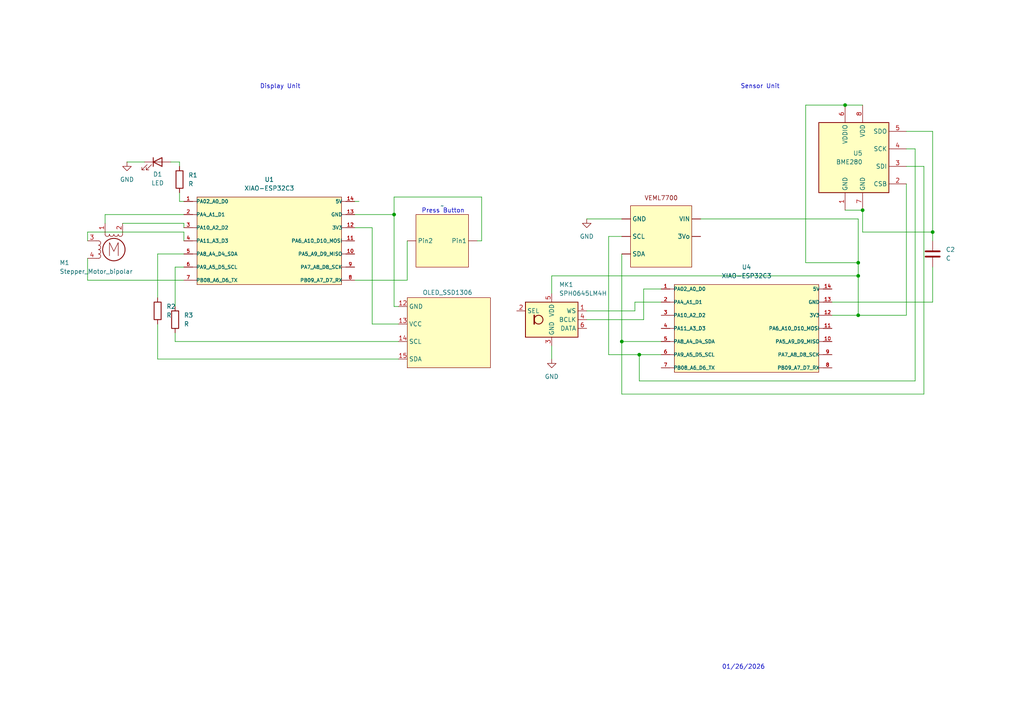
<source format=kicad_sch>
(kicad_sch (version 20250114) (generator "eeschema") (generator_version "9.0")
  (paper "A4")
  (lib_symbols
    (symbol "Device:C" (pin_numbers (hide yes)) (pin_names (offset 0.254))
      (property "Reference" "C" (at 0.635 2.54 0))
      (property "Value" "C" (at 0.635 -2.54 0))
      (symbol "C_0_1"
        (polyline (pts (xy -2.032 0.762) (xy 2.032 0.762)) (stroke (width 0.508)))
        (polyline (pts (xy -2.032 -0.762) (xy 2.032 -0.762)) (stroke (width 0.508)))
      )
      (symbol "C_1_1"
        (pin passive line (at 0 3.81 270) (length 2.794) (name "~") (number "1"))
        (pin passive line (at 0 -3.81 90) (length 2.794) (name "~") (number "2"))
      )
    )
    (symbol "Device:LED" (pin_numbers (hide yes)) (pin_names (offset 1.016) (hide yes))
      (property "Reference" "D" (at 0 2.54 0))
      (property "Value" "LED" (at 0 -2.54 0))
      (symbol "LED_0_1"
        (polyline (pts (xy -3.048 -0.762) (xy -4.572 -2.286) (xy -3.81 -2.286) (xy -4.572 -2.286) (xy -4.572 -1.524)))
        (polyline (pts (xy -1.778 -0.762) (xy -3.302 -2.286) (xy -2.54 -2.286) (xy -3.302 -2.286) (xy -3.302 -1.524)))
        (polyline (pts (xy -1.27 0) (xy 1.27 0)))
        (polyline (pts (xy -1.27 -1.27) (xy -1.27 1.27)) (stroke (width 0.254)))
        (polyline (pts (xy 1.27 -1.27) (xy 1.27 1.27) (xy -1.27 0) (xy 1.27 -1.27)) (stroke (width 0.254)))
      )
      (symbol "LED_1_1"
        (pin passive line (at -3.81 0 0) (length 2.54) (name "K") (number "1"))
        (pin passive line (at 3.81 0 180) (length 2.54) (name "A") (number "2"))
      )
    )
    (symbol "Device:R" (pin_numbers (hide yes)) (pin_names (offset 0))
      (property "Reference" "R" (at 2.032 0 90))
      (property "Value" "R" (at 0 0 90))
      (symbol "R_0_1"
        (rectangle (start -1.016 -2.54) (end 1.016 2.54) (stroke (width 0.254)))
      )
      (symbol "R_1_1"
        (pin passive line (at 0 3.81 270) (length 1.27) (name "~") (number "1"))
        (pin passive line (at 0 -3.81 90) (length 1.27) (name "~") (number "2"))
      )
    )
    (symbol "Motor:Stepper_Motor_bipolar" (pin_names (offset 0) (hide yes))
      (property "Reference" "M" (at 3.81 2.54 0))
      (property "Value" "Stepper_Motor_bipolar" (at 3.81 1.27 0))
      (symbol "Stepper_Motor_bipolar_0_0"
        (polyline (pts (xy -1.27 -1.778) (xy -1.27 2.032) (xy 0 -0.508) (xy 1.27 2.032) (xy 1.27 -1.778)))
      )
      (symbol "Stepper_Motor_bipolar_0_1"
        (polyline (pts (xy -5.08 2.54) (xy -4.445 2.54)))
        (polyline (pts (xy -5.08 -2.54) (xy -4.445 -2.54)))
        (arc (start -4.445 2.54) (mid -3.8127 1.905) (end -4.445 1.27))
        (arc (start -4.445 1.27) (mid -3.8127 0.635) (end -4.445 0))
        (arc (start -4.445 0) (mid -3.8127 -0.635) (end -4.445 -1.27))
        (arc (start -4.445 -1.27) (mid -3.8127 -1.905) (end -4.445 -2.54))
        (polyline (pts (xy -2.54 5.08) (xy -2.54 4.445)))
        (arc (start -1.27 4.445) (mid -1.905 3.8127) (end -2.54 4.445))
        (arc (start 0 4.445) (mid -0.635 3.8127) (end -1.27 4.445))
        (circle (center 0 0) (radius 3.2512) (stroke (width 0.254)))
        (arc (start 1.27 4.445) (mid 0.635 3.8127) (end 0 4.445))
        (arc (start 2.54 4.445) (mid 1.905 3.8127) (end 1.27 4.445))
        (polyline (pts (xy 2.54 5.08) (xy 2.54 4.445)))
      )
      (symbol "Stepper_Motor_bipolar_1_1"
        (pin passive line (at -7.62 2.54 0) (length 2.54) (name "~") (number "3"))
        (pin passive line (at -7.62 -2.54 0) (length 2.54) (name "~") (number "4"))
        (pin passive line (at -2.54 7.62 270) (length 2.54) (name "~") (number "1"))
        (pin passive line (at 2.54 7.62 270) (length 2.54) (name "-") (number "2"))
      )
    )
    (symbol "RF_Module:XIAO-ESP32C3" (pin_names (offset 1.016))
      (property "Reference" "U" (at -21.59 15.24 0))
      (property "Value" "XIAO-ESP32C3" (at -21.59 13.97 0))
      (symbol "XIAO-ESP32C3_0_0"
        (polyline (pts (xy -21.59 11.43) (xy -22.86 11.43)) (stroke (width 0.1524)))
        (polyline (pts (xy -21.59 7.62) (xy -22.86 7.62)) (stroke (width 0.1524)))
        (polyline (pts (xy -21.59 3.81) (xy -22.86 3.81)) (stroke (width 0.1524)))
        (polyline (pts (xy -21.59 0) (xy -22.86 0)) (stroke (width 0.1524)))
        (polyline (pts (xy -21.59 -3.81) (xy -22.86 -3.81)) (stroke (width 0.1524)))
        (polyline (pts (xy -21.59 -7.62) (xy -22.86 -7.62)) (stroke (width 0.1524)))
        (polyline (pts (xy -21.59 -11.43) (xy -22.86 -11.43)) (stroke (width 0.1524)))
        (polyline (pts (xy 21.59 11.43) (xy 20.32 11.43)) (stroke (width 0.1524)))
        (polyline (pts (xy 21.59 7.62) (xy 20.32 7.62)) (stroke (width 0.1524)))
        (polyline (pts (xy 21.59 3.81) (xy 20.32 3.81)) (stroke (width 0.1524)))
        (polyline (pts (xy 21.59 0) (xy 20.32 0)) (stroke (width 0.1524)))
        (polyline (pts (xy 21.59 -3.81) (xy 20.32 -3.81)) (stroke (width 0.1524)))
        (polyline (pts (xy 21.59 -7.62) (xy 20.32 -7.62)) (stroke (width 0.1524)))
        (polyline (pts (xy 21.59 -11.43) (xy 20.32 -11.43)) (stroke (width 0.1524)))
        (pin bidirectional line (at -25.4 11.43 0) (length 2.54) (name "PA02_A0_D0") (number "1"))
        (pin bidirectional line (at -25.4 7.62 0) (length 2.54) (name "PA4_A1_D1") (number "2"))
        (pin bidirectional line (at -25.4 3.81 0) (length 2.54) (name "PA10_A2_D2") (number "3"))
        (pin bidirectional line (at -25.4 0 0) (length 2.54) (name "PA11_A3_D3") (number "4"))
        (pin bidirectional line (at -25.4 -3.81 0) (length 2.54) (name "PA8_A4_D4_SDA") (number "5"))
        (pin bidirectional line (at -25.4 -7.62 0) (length 2.54) (name "PA9_A5_D5_SCL") (number "6"))
        (pin bidirectional line (at -25.4 -11.43 0) (length 2.54) (name "PB08_A6_D6_TX") (number "7"))
        (pin bidirectional line (at 24.13 11.43 180) (length 2.54) (name "5V") (number "14"))
        (pin bidirectional line (at 24.13 7.62 180) (length 2.54) (name "GND") (number "13"))
        (pin bidirectional line (at 24.13 3.81 180) (length 2.54) (name "3V3") (number "12"))
        (pin bidirectional line (at 24.13 0 180) (length 2.54) (name "PA6_A10_D10_MOSI") (number "11"))
        (pin bidirectional line (at 24.13 -3.81 180) (length 2.54) (name "PA5_A9_D9_MISO") (number "10"))
        (pin bidirectional line (at 24.13 -7.62 180) (length 2.54) (name "PA7_A8_D8_SCK") (number "9"))
        (pin bidirectional line (at 24.13 -11.43 180) (length 2.54) (name "PB09_A7_D7_RX") (number "8"))
      )
      (symbol "XIAO-ESP32C3_1_1"
        (rectangle (start -21.59 12.7) (end 20.32 -12.7) (fill (type color) (color 255 255 194 1)))
      )
    )
    (symbol "Sensor:BME280"
      (property "Reference" "U" (at -8.89 11.43 0))
      (property "Value" "BME280" (at 7.62 11.43 0))
      (symbol "BME280_0_1"
        (rectangle (start -10.16 10.16) (end 10.16 -10.16) (stroke (width 0.254)) (fill (type background)))
      )
      (symbol "BME280_1_1"
        (pin power_in line (at -2.54 15.24 270) (length 5.08) (name "VDDIO") (number "6"))
        (pin power_in line (at -2.54 -15.24 90) (length 5.08) (name "GND") (number "1"))
        (pin power_in line (at 2.54 15.24 270) (length 5.08) (name "VDD") (number "8"))
        (pin power_in line (at 2.54 -15.24 90) (length 5.08) (name "GND") (number "7"))
        (pin bidirectional line (at 15.24 7.62 180) (length 5.08) (name "SDO") (number "5"))
        (pin input line (at 15.24 2.54 180) (length 5.08) (name "SCK") (number "4"))
        (pin bidirectional line (at 15.24 -2.54 180) (length 5.08) (name "SDI") (number "3"))
        (pin input line (at 15.24 -7.62 180) (length 5.08) (name "CSB") (number "2"))
      )
    )
    (symbol "Sensor_Audio:SPH0645LM4H"
      (property "Reference" "MK" (at -7.62 6.35 0))
      (property "Value" "SPH0645LM4H" (at 1.27 6.35 0))
      (symbol "SPH0645LM4H_1_1"
        (rectangle (start -7.62 5.08) (end 7.62 -5.08) (stroke (width 0.254)) (fill (type background)))
        (polyline (pts (xy -5.08 1.27) (xy -5.08 -1.27)) (stroke (width 0.381)))
        (circle (center -3.81 0) (radius 1.27) (stroke (width 0.254)))
        (pin input line (at -10.16 2.54 0) (length 2.54) (name "SEL") (number "2"))
        (pin power_in line (at 0 7.62 270) (length 2.54) (name "VDD") (number "5"))
        (pin power_in line (at 0 -7.62 90) (length 2.54) (name "GND") (number "3"))
        (pin input line (at 10.16 2.54 180) (length 2.54) (name "WS") (number "1"))
        (pin input line (at 10.16 0 180) (length 2.54) (name "BCLK") (number "4"))
        (pin output line (at 10.16 -2.54 180) (length 2.54) (name "DATA") (number "6"))
      )
    )
    (symbol "VEML7700_1"
      (symbol "VEML7700_1_1_1"
        (rectangle (start -8.89 10.16) (end 8.89 -7.62) (fill (type color) (color 255 255 194 1)))
        (text "VEML7700" (at 0 12.446 0) (effects (font (size 1.27 1.27))))
        (pin output line (at -11.43 6.35 0) (length 2.54) (name "GND") (number ""))
        (pin bidirectional line (at -11.43 1.27 0) (length 2.54) (name "SCL") (number ""))
        (pin bidirectional line (at -11.43 -3.81 0) (length 2.54) (name "SDA") (number ""))
        (pin input line (at 11.43 6.35 180) (length 2.54) (name "VIN") (number ""))
        (pin input line (at 11.43 1.27 180) (length 2.54) (name "3Vo") (number ""))
      )
    )
    (symbol "my library:Push_Button"
      (symbol "Push_Button_0_1"
        (rectangle (start -8.89 7.62) (end 6.35 -7.62) (fill (type color) (color 255 255 194 1)))
      )
      (symbol "Push_Button_1_1"
        (pin input line (at -11.43 0 0) (length 2.54) (name "Pin2") (number ""))
        (pin input line (at 8.89 0 180) (length 2.54) (name "Pin1") (number ""))
      )
    )
    (symbol "my library:SSD1306_OLED"
      (property "Reference" "OLED_SSD1306" (at 4.064 9.144 0))
      (symbol "SSD1306_OLED_0_1"
        (rectangle (start -7.62 7.62) (end 16.51 -12.7) (fill (type color) (color 255 255 194 1)))
      )
      (symbol "SSD1306_OLED_1_1"
        (pin passive line (at -10.16 5.08 0) (length 2.54) (name "GND") (number "12"))
        (pin power_in line (at -10.16 0 0) (length 2.54) (name "VCC") (number "13"))
        (pin input line (at -10.16 -5.08 0) (length 2.54) (name "SCL") (number "14"))
        (pin bidirectional line (at -10.16 -10.16 0) (length 2.54) (name "SDA") (number "15"))
      )
    )
    (symbol "power:GND" (power) (pin_numbers (hide yes)) (pin_names (offset 0) (hide yes))
      (property "Value" "GND" (at 0 -3.81 0))
      (symbol "GND_0_1"
        (polyline (pts (xy 0 0) (xy 0 -1.27) (xy 1.27 -1.27) (xy 0 -2.54) (xy -1.27 -1.27) (xy 0 -1.27)))
      )
      (symbol "GND_1_1"
        (pin power_in line (at 0 0 270) (length 0) (name "~") (number "1"))
      )
    )
  )
  (text "Sensor Unit\n" (at 220.472 25.146 0) (effects (font (size 1.27 1.27))))
  (text "Display Unit" (at 81.28 25.146 0) (effects (font (size 1.27 1.27))))
  (text "01/26/2026" (at 215.646 193.548 0) (effects (font (size 1.27 1.27))))
  (text "Press Button" (at 128.524 61.214 0) (effects (font (size 1.27 1.27))))
  (junction (at 114.3 62.23))
  (junction (at 185.42 102.87))
  (junction (at 248.92 76.2))
  (junction (at 270.51 67.31))
  (junction (at 245.11 30.48))
  (junction (at 248.92 91.44))
  (junction (at 180.34 99.06))
  (junction (at 248.92 80.01))
  (junction (at 250.19 60.96))
  (wire (pts (xy 50.8 88.9) (xy 50.8 77.47)))
  (wire (pts (xy 25.4 74.93) (xy 25.4 81.28)))
  (wire (pts (xy 250.19 60.96) (xy 250.19 67.31)))
  (wire (pts (xy 233.68 30.48) (xy 245.11 30.48)))
  (wire (pts (xy 114.3 62.23) (xy 114.3 88.9)))
  (wire (pts (xy 102.87 81.28) (xy 118.11 81.28)))
  (wire (pts (xy 30.48 64.77) (xy 30.48 62.23)))
  (wire (pts (xy 107.95 93.98) (xy 107.95 66.04)))
  (wire (pts (xy 25.4 81.28) (xy 53.34 81.28)))
  (wire (pts (xy 180.34 99.06) (xy 180.34 114.3)))
  (wire (pts (xy 50.8 77.47) (xy 53.34 77.47)))
  (wire (pts (xy 262.89 48.26) (xy 267.97 48.26)))
  (wire (pts (xy 139.7 57.15) (xy 114.3 57.15)))
  (wire (pts (xy 45.72 73.66) (xy 45.72 86.36)))
  (wire (pts (xy 180.34 73.66) (xy 180.34 99.06)))
  (wire (pts (xy 262.89 53.34) (xy 262.89 91.44)))
  (wire (pts (xy 203.2 63.5) (xy 248.92 63.5)))
  (wire (pts (xy 245.11 60.96) (xy 250.19 60.96)))
  (wire (pts (xy 185.42 102.87) (xy 176.53 102.87)))
  (wire (pts (xy 180.34 63.5) (xy 170.18 63.5)))
  (wire (pts (xy 180.34 99.06) (xy 191.77 99.06)))
  (wire (pts (xy 25.4 67.31) (xy 53.34 67.31)))
  (wire (pts (xy 50.8 99.06) (xy 50.8 96.52)))
  (wire (pts (xy 160.02 80.01) (xy 248.92 80.01)))
  (wire (pts (xy 53.34 64.77) (xy 53.34 66.04)))
  (wire (pts (xy 185.42 110.49) (xy 185.42 102.87)))
  (wire (pts (xy 30.48 62.23) (xy 53.34 62.23)))
  (wire (pts (xy 267.97 48.26) (xy 267.97 114.3)))
  (wire (pts (xy 248.92 76.2) (xy 248.92 80.01)))
  (wire (pts (xy 186.69 92.71) (xy 186.69 83.82)))
  (wire (pts (xy 160.02 100.33) (xy 160.02 104.14)))
  (wire (pts (xy 241.3 87.63) (xy 270.51 87.63)))
  (wire (pts (xy 36.83 46.99) (xy 41.91 46.99)))
  (wire (pts (xy 115.57 99.06) (xy 50.8 99.06)))
  (wire (pts (xy 270.51 67.31) (xy 270.51 69.85)))
  (wire (pts (xy 114.3 62.23) (xy 102.87 62.23)))
  (wire (pts (xy 45.72 104.14) (xy 115.57 104.14)))
  (wire (pts (xy 107.95 66.04) (xy 102.87 66.04)))
  (wire (pts (xy 184.15 90.17) (xy 184.15 87.63)))
  (wire (pts (xy 118.11 81.28) (xy 118.11 69.85)))
  (wire (pts (xy 265.43 110.49) (xy 185.42 110.49)))
  (wire (pts (xy 250.19 67.31) (xy 270.51 67.31)))
  (wire (pts (xy 25.4 69.85) (xy 25.4 67.31)))
  (wire (pts (xy 52.07 55.88) (xy 52.07 58.42)))
  (wire (pts (xy 248.92 63.5) (xy 248.92 76.2)))
  (wire (pts (xy 233.68 30.48) (xy 233.68 76.2)))
  (wire (pts (xy 170.18 90.17) (xy 184.15 90.17)))
  (wire (pts (xy 114.3 57.15) (xy 114.3 62.23)))
  (wire (pts (xy 53.34 67.31) (xy 53.34 69.85)))
  (wire (pts (xy 270.51 77.47) (xy 270.51 87.63)))
  (wire (pts (xy 270.51 38.1) (xy 270.51 67.31)))
  (wire (pts (xy 262.89 43.18) (xy 265.43 43.18)))
  (wire (pts (xy 184.15 87.63) (xy 191.77 87.63)))
  (wire (pts (xy 233.68 76.2) (xy 248.92 76.2)))
  (wire (pts (xy 248.92 91.44) (xy 241.3 91.44)))
  (wire (pts (xy 139.7 69.85) (xy 139.7 57.15)))
  (wire (pts (xy 191.77 102.87) (xy 185.42 102.87)))
  (wire (pts (xy 267.97 114.3) (xy 180.34 114.3)))
  (wire (pts (xy 35.56 64.77) (xy 53.34 64.77)))
  (wire (pts (xy 248.92 80.01) (xy 248.92 91.44)))
  (wire (pts (xy 45.72 93.98) (xy 45.72 104.14)))
  (wire (pts (xy 170.18 92.71) (xy 186.69 92.71)))
  (wire (pts (xy 104.14 58.42) (xy 102.87 58.42)))
  (wire (pts (xy 53.34 73.66) (xy 45.72 73.66)))
  (wire (pts (xy 52.07 46.99) (xy 49.53 46.99)))
  (wire (pts (xy 176.53 102.87) (xy 176.53 68.58)))
  (wire (pts (xy 52.07 58.42) (xy 53.34 58.42)))
  (wire (pts (xy 262.89 91.44) (xy 248.92 91.44)))
  (wire (pts (xy 245.11 30.48) (xy 250.19 30.48)))
  (wire (pts (xy 176.53 68.58) (xy 180.34 68.58)))
  (wire (pts (xy 115.57 93.98) (xy 107.95 93.98)))
  (wire (pts (xy 160.02 85.09) (xy 160.02 80.01)))
  (wire (pts (xy 265.43 43.18) (xy 265.43 110.49)))
  (wire (pts (xy 139.7 69.85) (xy 138.43 69.85)))
  (wire (pts (xy 115.57 88.9) (xy 114.3 88.9)))
  (wire (pts (xy 52.07 46.99) (xy 52.07 48.26)))
  (wire (pts (xy 186.69 83.82) (xy 191.77 83.82)))
  (wire (pts (xy 262.89 38.1) (xy 270.51 38.1)))
  (symbol (lib_id "power:GND") (at 170.18 63.5 0) (unit 1)
    (property "Reference" "#PWR01" (effects (hide yes)))
    (property "Value" "GND" (at 170.18 68.58 0))
    (property "Description" "Power symbol creates a global label with name \"GND\" , ground" (effects (hide yes)))
  )
  (symbol (lib_id "Device:LED") (at 45.72 46.99 0) (unit 1)
    (property "Reference" "D1" (at 45.72 50.546 0))
    (property "Value" "LED" (at 45.72 53.086 0))
    (property "Description" "Light emitting diode" (effects (hide yes)))
    (property "Sim.Pins" "1=K 2=A" (effects (hide yes)))
  )
  (symbol (lib_id "RF_Module:XIAO-ESP32C3") (at 78.74 69.85 0) (unit 1)
    (property "Reference" "U1" (at 78.105 52.07 0))
    (property "Value" "XIAO-ESP32C3" (at 78.105 54.61 0))
  )
  (symbol (lib_id "my library:Push_Button") (at 129.54 69.85 0) (unit 1)
    (property "Reference" "U3" (effects (hide yes)))
    (property "Value" "~" (at 128.27 59.69 0))
  )
  (symbol (lib_name "VEML7700_1") (lib_id "Sensor_Optical:VEML7700") (at 191.77 69.85 0) (unit 1)
    (property "Reference" "U7" (effects (hide yes)))
  )
  (symbol (lib_id "Sensor_Audio:SPH0645LM4H") (at 160.02 92.71 0) (unit 1)
    (property "Reference" "MK1" (at 162.1633 82.55 0) (effects (justify left)))
    (property "Value" "SPH0645LM4H" (at 162.1633 85.09 0) (effects (justify left)))
    (property "Footprint" "Sensor_Audio:Knowles_SPH0645LM4H-6_3.5x2.65mm" (effects (hide yes)))
    (property "Datasheet" "https://www.knowles.com/docs/default-source/default-document-library/sph0645lm4h-1-datasheet.pdf" (effects (hide yes)))
    (property "Description" "Knowles MEMS Microphone, 24-bit I2S, 65 dBA SNR, LGA-6" (effects (hide yes)))
  )
  (symbol (lib_id "power:GND") (at 160.02 104.14 0) (unit 1)
    (property "Reference" "#PWR02" (effects (hide yes)))
    (property "Value" "GND" (at 160.02 109.22 0))
    (property "Description" "Power symbol creates a global label with name \"GND\" , ground" (effects (hide yes)))
  )
  (symbol (lib_id "RF_Module:XIAO-ESP32C3") (at 217.17 95.25 0) (unit 1)
    (property "Reference" "U4" (at 216.535 77.47 0))
    (property "Value" "XIAO-ESP32C3" (at 216.535 80.01 0))
  )
  (symbol (lib_id "Motor:Stepper_Motor_bipolar") (at 33.02 72.39 0) (unit 1)
    (property "Reference" "M1" (at 17.272 76.2 0) (effects (justify left)))
    (property "Value" "Stepper_Motor_bipolar" (at 17.272 78.74 0) (effects (justify left)))
    (property "Datasheet" "http://www.infineon.com/dgdl/Application-Note-TLE8110EE_driving_UniPolarStepperMotor_V1.1.pdf?fileId=db3a30431be39b97011be5d0aa0a00b0" (effects (hide yes)))
    (property "Description" "4-wire bipolar stepper motor" (effects (hide yes)))
  )
  (symbol (lib_id "Device:R") (at 52.07 52.07 0) (unit 1)
    (property "Reference" "R1" (at 54.61 50.7999 0) (effects (justify left)))
    (property "Value" "R" (at 54.61 53.3399 0) (effects (justify left)))
    (property "Description" "Resistor" (effects (hide yes)))
  )
  (symbol (lib_id "power:GND") (at 36.83 46.99 0) (unit 1)
    (property "Reference" "#PWR04" (effects (hide yes)))
    (property "Value" "GND" (at 36.83 52.07 0))
    (property "Description" "Power symbol creates a global label with name \"GND\" , ground" (effects (hide yes)))
  )
  (symbol (lib_id "Device:R") (at 45.72 90.17 0) (unit 1)
    (property "Reference" "R2" (at 48.26 88.8999 0) (effects (justify left)))
    (property "Value" "R" (at 48.26 91.4399 0) (effects (justify left)))
    (property "Description" "Resistor" (effects (hide yes)))
  )
  (symbol (lib_id "my library:SSD1306_OLED") (at 125.73 93.98 0) (unit 1)
    (property "Reference" "OLED_SSD1306" (at 129.794 84.836 0))
  )
  (symbol (lib_id "Device:R") (at 50.8 92.71 0) (unit 1)
    (property "Reference" "R3" (at 53.34 91.4399 0) (effects (justify left)))
    (property "Value" "R" (at 53.34 93.9799 0) (effects (justify left)))
    (property "Description" "Resistor" (effects (hide yes)))
  )
  (symbol (lib_id "Sensor:BME280") (at 247.65 45.72 0) (unit 1)
    (property "Reference" "U5" (at 250.19 44.45 0) (effects (justify right)))
    (property "Value" "BME280" (at 250.19 46.99 0) (effects (justify right)))
    (property "Footprint" "Package_LGA:Bosch_LGA-8_2.5x2.5mm_P0.65mm_ClockwisePinNumbering" (effects (hide yes)))
    (property "Datasheet" "https://www.bosch-sensortec.com/media/boschsensortec/downloads/datasheets/bst-bme280-ds002.pdf" (effects (hide yes)))
    (property "Description" "3-in-1 sensor, humidity, pressure, temperature, I2C and SPI interface, 1.71-3.6V, LGA-8" (effects (hide yes)))
  )
  (symbol (lib_id "Device:C") (at 270.51 73.66 0) (unit 1)
    (property "Reference" "C2" (at 274.32 72.3899 0) (effects (justify left)))
    (property "Value" "C" (at 274.32 74.9299 0) (effects (justify left)))
    (property "Description" "Unpolarized capacitor" (effects (hide yes)))
  )
)
</source>
